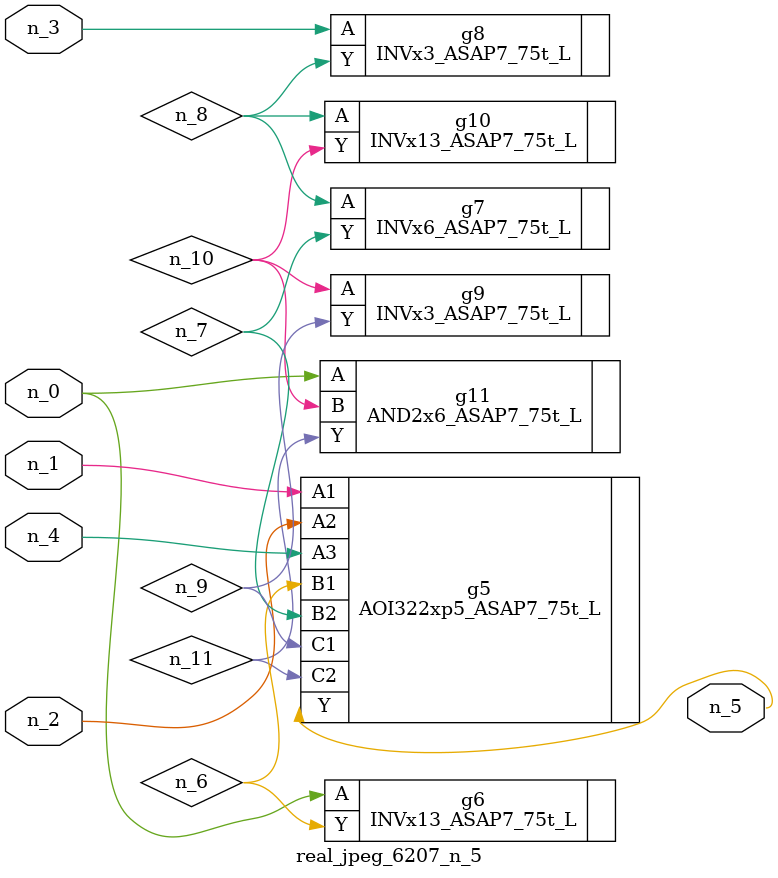
<source format=v>
module real_jpeg_6207_n_5 (n_4, n_0, n_1, n_2, n_3, n_5);

input n_4;
input n_0;
input n_1;
input n_2;
input n_3;

output n_5;

wire n_8;
wire n_11;
wire n_6;
wire n_7;
wire n_10;
wire n_9;

INVx13_ASAP7_75t_L g6 ( 
.A(n_0),
.Y(n_6)
);

AND2x6_ASAP7_75t_L g11 ( 
.A(n_0),
.B(n_10),
.Y(n_11)
);

AOI322xp5_ASAP7_75t_L g5 ( 
.A1(n_1),
.A2(n_2),
.A3(n_4),
.B1(n_6),
.B2(n_7),
.C1(n_9),
.C2(n_11),
.Y(n_5)
);

INVx3_ASAP7_75t_L g8 ( 
.A(n_3),
.Y(n_8)
);

INVx6_ASAP7_75t_L g7 ( 
.A(n_8),
.Y(n_7)
);

INVx13_ASAP7_75t_L g10 ( 
.A(n_8),
.Y(n_10)
);

INVx3_ASAP7_75t_L g9 ( 
.A(n_10),
.Y(n_9)
);


endmodule
</source>
